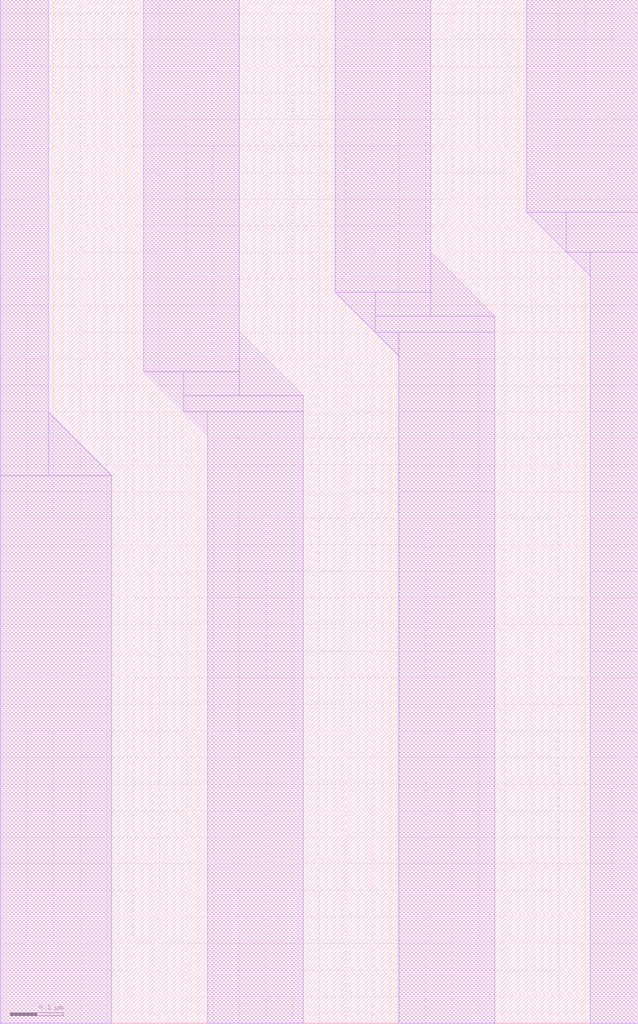
<source format=lef>
# Copyright 2020 The SkyWater PDK Authors
#
# Licensed under the Apache License, Version 2.0 (the "License");
# you may not use this file except in compliance with the License.
# You may obtain a copy of the License at
#
#     https://www.apache.org/licenses/LICENSE-2.0
#
# Unless required by applicable law or agreed to in writing, software
# distributed under the License is distributed on an "AS IS" BASIS,
# WITHOUT WARRANTIES OR CONDITIONS OF ANY KIND, either express or implied.
# See the License for the specific language governing permissions and
# limitations under the License.
#
# SPDX-License-Identifier: Apache-2.0

VERSION 5.7 ;
  NOWIREEXTENSIONATPIN ON ;
  DIVIDERCHAR "/" ;
  BUSBITCHARS "[]" ;
MACRO sky130_fd_bd_sram__sram_dp_colend_half_met1_opta
  CLASS BLOCK ;
  FOREIGN sky130_fd_bd_sram__sram_dp_colend_half_met1_opta ;
  ORIGIN  0.000000  0.000000 ;
  SIZE  1.200000 BY  1.925000 ;
  OBS
    LAYER met1 ;
      POLYGON 0.090000 1.150000 0.210000 1.030000 0.090000 1.030000 ;
      POLYGON 0.270000 1.225000 0.345000 1.225000 0.345000 1.150000 ;
      POLYGON 0.345000 1.150000 0.390000 1.150000 0.390000 1.105000 ;
      POLYGON 0.450000 1.300000 0.570000 1.180000 0.450000 1.180000 ;
      POLYGON 0.630000 1.375000 0.705000 1.375000 0.705000 1.300000 ;
      POLYGON 0.705000 1.300000 0.750000 1.300000 0.750000 1.255000 ;
      POLYGON 0.810000 1.450000 0.930000 1.330000 0.810000 1.330000 ;
      POLYGON 0.990000 1.525000 1.065000 1.525000 1.065000 1.450000 ;
      POLYGON 1.065000 1.450000 1.110000 1.450000 1.110000 1.405000 ;
      RECT 0.000000 0.000000 0.210000 1.030000 ;
      RECT 0.000000 1.030000 0.090000 1.925000 ;
      RECT 0.270000 1.225000 0.450000 1.925000 ;
      RECT 0.345000 1.150000 0.570000 1.180000 ;
      RECT 0.345000 1.180000 0.450000 1.225000 ;
      RECT 0.390000 0.000000 0.570000 1.150000 ;
      RECT 0.630000 1.375000 0.810000 1.925000 ;
      RECT 0.705000 1.300000 0.930000 1.330000 ;
      RECT 0.705000 1.330000 0.810000 1.375000 ;
      RECT 0.750000 0.000000 0.930000 1.300000 ;
      RECT 0.990000 1.525000 1.200000 1.925000 ;
      RECT 1.065000 1.450000 1.200000 1.525000 ;
      RECT 1.110000 0.000000 1.200000 1.450000 ;
  END
END sky130_fd_bd_sram__sram_dp_colend_half_met1_opta
END LIBRARY

</source>
